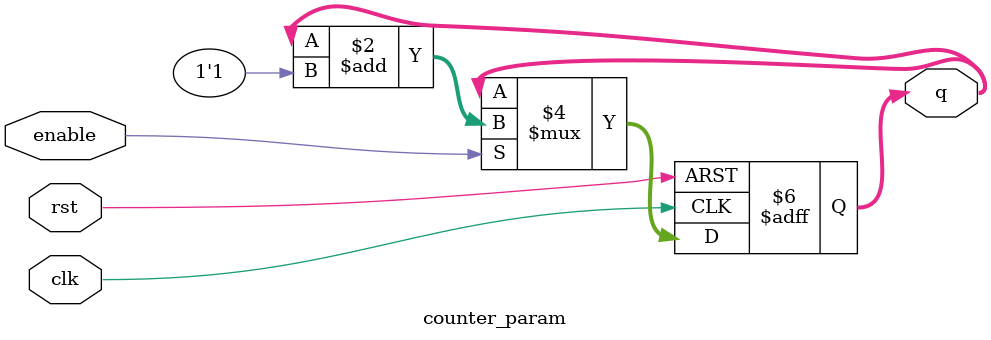
<source format=v>
`timescale 1ns / 1ps
module counter_param # (parameter n = 4)

(
    input clk,
    input rst,
    input enable,
    output reg [n-1:0] q
    );
    
  
 always @(posedge rst, posedge clk) 
    begin
        if (rst)
            q <= {n{1'b0}};
        else
            if (enable)
                q <= q + 1'b1;
            else
                q <= q;
    end 
endmodule

</source>
